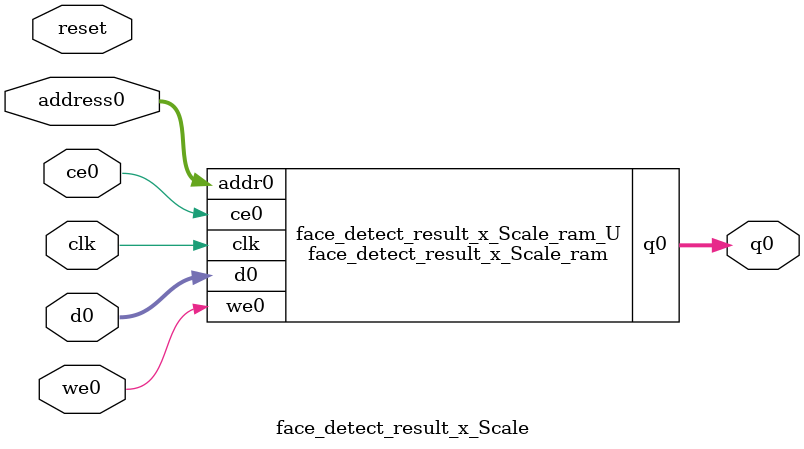
<source format=v>
`timescale 1 ns / 1 ps
module face_detect_result_x_Scale_ram (addr0, ce0, d0, we0, q0,  clk);

parameter DWIDTH = 32;
parameter AWIDTH = 7;
parameter MEM_SIZE = 100;

input[AWIDTH-1:0] addr0;
input ce0;
input[DWIDTH-1:0] d0;
input we0;
output reg[DWIDTH-1:0] q0;
input clk;

reg [DWIDTH-1:0] ram[0:MEM_SIZE-1];




always @(posedge clk)  
begin 
    if (ce0) begin
        if (we0) 
            ram[addr0] <= d0; 
        q0 <= ram[addr0];
    end
end


endmodule

`timescale 1 ns / 1 ps
module face_detect_result_x_Scale(
    reset,
    clk,
    address0,
    ce0,
    we0,
    d0,
    q0);

parameter DataWidth = 32'd32;
parameter AddressRange = 32'd100;
parameter AddressWidth = 32'd7;
input reset;
input clk;
input[AddressWidth - 1:0] address0;
input ce0;
input we0;
input[DataWidth - 1:0] d0;
output[DataWidth - 1:0] q0;



face_detect_result_x_Scale_ram face_detect_result_x_Scale_ram_U(
    .clk( clk ),
    .addr0( address0 ),
    .ce0( ce0 ),
    .we0( we0 ),
    .d0( d0 ),
    .q0( q0 ));

endmodule


</source>
